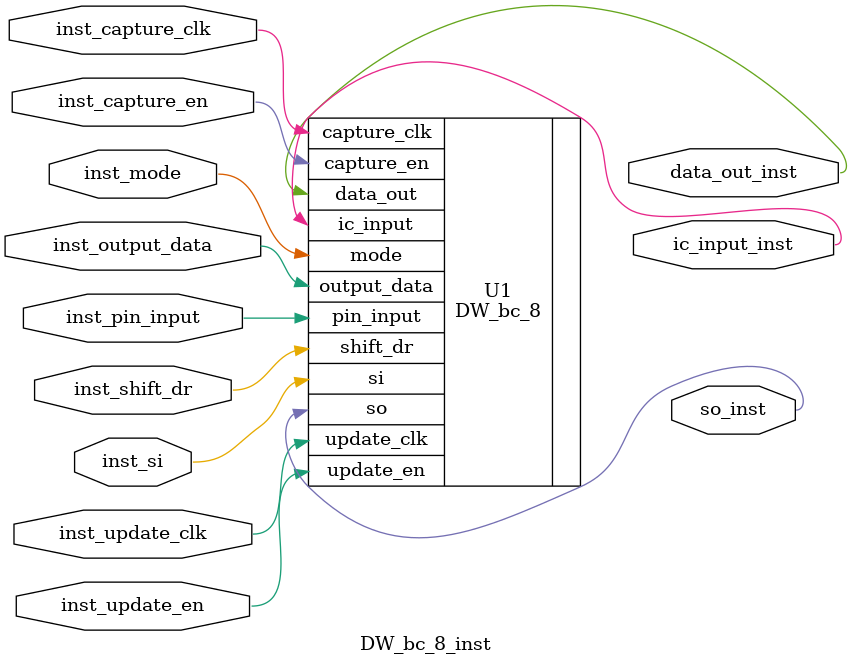
<source format=v>
module DW_bc_8_inst(inst_capture_clk, inst_update_clk, inst_capture_en,
                    inst_update_en, inst_shift_dr, inst_mode, inst_si, 
                    inst_pin_input, inst_output_data, ic_input_inst, 
                    data_out_inst, so_inst );

  input inst_capture_clk;
  input inst_update_clk;
  input inst_capture_en;
  input inst_update_en;
  input inst_shift_dr;
  input inst_mode;
  input inst_si;
  input inst_pin_input;
  input inst_output_data;
  output ic_input_inst;
  output data_out_inst;
  output so_inst;

  // Instance of DW_bc_8
  DW_bc_8 
    U1 (.capture_clk(inst_capture_clk),
        .update_clk(inst_update_clk),
        .capture_en(inst_capture_en),
        .update_en(inst_update_en),
        .shift_dr(inst_shift_dr),
        .mode(inst_mode),
        .si(inst_si),
        .pin_input(inst_pin_input),
        .output_data(inst_output_data),
        .ic_input(ic_input_inst),
        .data_out(data_out_inst),
        .so(so_inst) );
endmodule


</source>
